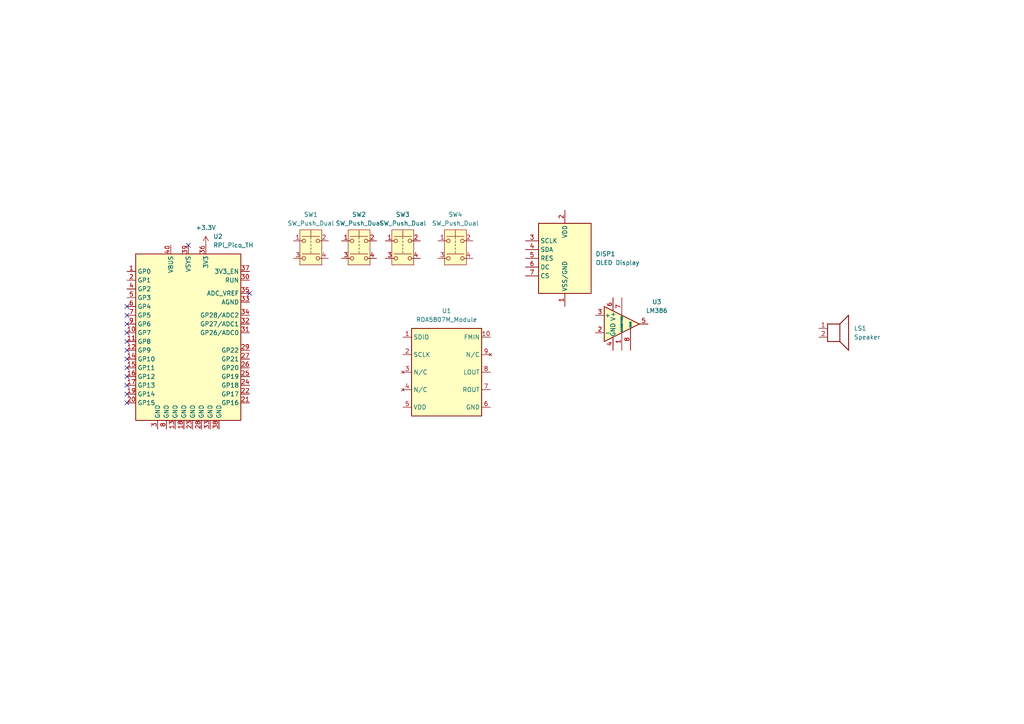
<source format=kicad_sch>
(kicad_sch (version 20250114) (generator "eeschema") (generator_version "9.0")
  (paper "A4")
  (title_block (title "ECE 299 Alarm") (date "2025-06-20") (rev "1.0") (company "University of Victoria") (comment 1 "Joshua Engler"))
  (lib_symbols
    (symbol "Amplifier_Audio:LM386" (pin_names (offset 0.127))
      (property "Reference" "U" (at 1.27 7.62 0))
      (property "Value" "LM386" (at 1.27 5.08 0))
      (symbol "LM386_0_1"
        (polyline (pts (xy 5.08 0) (xy -5.08 5.08) (xy -5.08 -5.08) (xy 5.08 0)) (stroke (width 0.254)) (fill (type background)))
      )
      (symbol "LM386_1_1"
        (pin input line (at -7.62 2.54 0) (length 2.54) (name "+") (number "3"))
        (pin input line (at -7.62 -2.54 0) (length 2.54) (name "-") (number "2"))
        (pin power_in line (at -2.54 7.62 270) (length 3.81) (name "V+") (number "6"))
        (pin power_in line (at -2.54 -7.62 90) (length 3.81) (name "GND") (number "4"))
        (pin input line (at 0 7.62 270) (length 5.08) (name "BYPASS") (number "7"))
        (pin input line (at 0 -7.62 90) (length 5.08) (name "GAIN") (number "1"))
        (pin input line (at 2.54 -7.62 90) (length 6.35) (name "GAIN") (number "8"))
        (pin output line (at 7.62 0 180) (length 2.54) (name "~") (number "5"))
      )
    )
    (symbol "Device:Speaker" (pin_names (offset 0) (hide yes))
      (property "Reference" "LS" (at 1.27 5.715 0))
      (property "Value" "Speaker" (at 1.27 3.81 0))
      (symbol "Speaker_0_0"
        (rectangle (start -2.54 1.27) (end 1.016 -3.81) (stroke (width 0.254)))
        (polyline (pts (xy 1.016 1.27) (xy 3.556 3.81) (xy 3.556 -6.35) (xy 1.016 -3.81)) (stroke (width 0.254)))
      )
      (symbol "Speaker_1_1"
        (pin input line (at -5.08 0 0) (length 2.54) (name "1") (number "1"))
        (pin input line (at -5.08 -2.54 0) (length 2.54) (name "2") (number "2"))
      )
    )
    (symbol "ECE:OLED Display"
      (property "Reference" "DISP?" (at 8.89 -1.27 0))
      (property "Value" "OLED Display" (at 8.89 1.27 0))
      (symbol "OLED Display_1_1"
        (rectangle (start -7.62 10.16) (end 7.62 -10.16) (stroke (width 0.254)) (fill (type background)))
        (pin input line (at -11.43 5.08 0) (length 3.81) (name "SCLK") (number "3"))
        (pin output line (at -11.43 2.54 0) (length 3.81) (name "SDA") (number "4"))
        (pin input line (at -11.43 0 0) (length 3.81) (name "RES") (number "5"))
        (pin input line (at -11.43 -2.54 0) (length 3.81) (name "DC") (number "6"))
        (pin input line (at -11.43 -5.08 0) (length 3.81) (name "CS") (number "7"))
        (pin power_in line (at 0 13.97 270) (length 3.81) (name "VDD") (number "2"))
        (pin power_in line (at 0 -13.97 90) (length 3.81) (name "VSS/GND") (number "1"))
      )
    )
    (symbol "ECE:RDA5807M_Module"
      (property "Reference" "U" (at -8.89 16.51 0))
      (property "Value" "RDA5807M_Module" (at -8.89 13.97 0))
      (symbol "RDA5807M_Module_0_1"
        (rectangle (start -10.16 12.7) (end 10.16 -12.7) (stroke (width 0.254)) (fill (type background)))
      )
      (symbol "RDA5807M_Module_1_1"
        (pin bidirectional line (at -12.7 10.16 0) (length 2.54) (name "SDIO") (number "1"))
        (pin input line (at -12.7 5.08 0) (length 2.54) (name "SCLK") (number "2"))
        (pin no_connect line (at -12.7 0 0) (length 2.54) (name "N/C") (number "3"))
        (pin no_connect line (at -12.7 -5.08 0) (length 2.54) (name "N/C") (number "4"))
        (pin power_in line (at -12.7 -10.16 0) (length 2.54) (name "VDD") (number "5"))
        (pin input line (at 12.7 10.16 180) (length 2.54) (name "FMIN") (number "10"))
        (pin no_connect line (at 12.7 5.08 180) (length 2.54) (name "N/C") (number "9"))
        (pin output line (at 12.7 0 180) (length 2.54) (name "LOUT") (number "8"))
        (pin output line (at 12.7 -5.08 180) (length 2.54) (name "ROUT") (number "7"))
        (pin power_in line (at 12.7 -10.16 180) (length 2.54) (name "GND") (number "6"))
      )
    )
    (symbol "ECE:RPi_Pico_TH"
      (property "Reference" "U?" (at 0 1.27 0))
      (property "Value" "RPi_Pico_TH" (at 0 -1.27 0))
      (symbol "RPi_Pico_TH_0_1"
        (rectangle (start -15.24 24.13) (end 15.24 -24.13) (stroke (width 0.254)) (fill (type background)))
      )
      (symbol "RPi_Pico_TH_1_1"
        (pin bidirectional line (at -17.78 19.05 0) (length 2.54) (name "GP0") (number "1"))
        (pin bidirectional line (at -17.78 16.51 0) (length 2.54) (name "GP1") (number "2"))
        (pin bidirectional line (at -17.78 13.97 0) (length 2.54) (name "GP2") (number "4"))
        (pin bidirectional line (at -17.78 11.43 0) (length 2.54) (name "GP3") (number "5"))
        (pin bidirectional line (at -17.78 8.89 0) (length 2.54) (name "GP4") (number "6"))
        (pin bidirectional line (at -17.78 6.35 0) (length 2.54) (name "GP5") (number "7"))
        (pin bidirectional line (at -17.78 3.81 0) (length 2.54) (name "GP6") (number "9"))
        (pin bidirectional line (at -17.78 1.27 0) (length 2.54) (name "GP7") (number "10"))
        (pin bidirectional line (at -17.78 -1.27 0) (length 2.54) (name "GP8") (number "11"))
        (pin bidirectional line (at -17.78 -3.81 0) (length 2.54) (name "GP9") (number "12"))
        (pin bidirectional line (at -17.78 -6.35 0) (length 2.54) (name "GP10") (number "14"))
        (pin bidirectional line (at -17.78 -8.89 0) (length 2.54) (name "GP11") (number "15"))
        (pin bidirectional line (at -17.78 -11.43 0) (length 2.54) (name "GP12") (number "16"))
        (pin bidirectional line (at -17.78 -13.97 0) (length 2.54) (name "GP13") (number "17"))
        (pin bidirectional line (at -17.78 -16.51 0) (length 2.54) (name "GP14") (number "19"))
        (pin bidirectional line (at -17.78 -19.05 0) (length 2.54) (name "GP15") (number "20"))
        (pin power_in line (at -8.89 -26.67 90) (length 2.54) (name "GND") (number "3"))
        (pin power_in line (at -6.35 -26.67 90) (length 2.54) (name "GND") (number "8"))
        (pin power_in line (at -5.08 26.67 270) (length 2.54) (name "VBUS") (number "40"))
        (pin power_in line (at -3.81 -26.67 90) (length 2.54) (name "GND") (number "13"))
        (pin power_in line (at -1.27 -26.67 90) (length 2.54) (name "GND") (number "18"))
        (pin power_out line (at 0 26.67 270) (length 2.54) (name "VSYS") (number "39"))
        (pin power_in line (at 1.27 -26.67 90) (length 2.54) (name "GND") (number "23"))
        (pin power_in line (at 3.81 -26.67 90) (length 2.54) (name "GND") (number "28"))
        (pin power_out line (at 5.08 26.67 270) (length 2.54) (name "3V3") (number "36"))
        (pin power_in line (at 6.35 -26.67 90) (length 2.54) (name "GND") (number "33"))
        (pin power_in line (at 8.89 -26.67 90) (length 2.54) (name "GND") (number "38"))
        (pin input line (at 17.78 19.05 180) (length 2.54) (name "3V3_EN") (number "37"))
        (pin input line (at 17.78 16.51 180) (length 2.54) (name "RUN") (number "30"))
        (pin power_in line (at 17.78 12.7 180) (length 2.54) (name "ADC_VREF") (number "35"))
        (pin power_in line (at 17.78 10.16 180) (length 2.54) (name "AGND") (number "33"))
        (pin bidirectional line (at 17.78 6.35 180) (length 2.54) (name "GP28/ADC2") (number "34"))
        (pin bidirectional line (at 17.78 3.81 180) (length 2.54) (name "GP27/ADC1") (number "32"))
        (pin bidirectional line (at 17.78 1.27 180) (length 2.54) (name "GP26/ADC0") (number "31"))
        (pin bidirectional line (at 17.78 -3.81 180) (length 2.54) (name "GP22") (number "29"))
        (pin bidirectional line (at 17.78 -6.35 180) (length 2.54) (name "GP21") (number "27"))
        (pin bidirectional line (at 17.78 -8.89 180) (length 2.54) (name "GP20") (number "26"))
        (pin bidirectional line (at 17.78 -11.43 180) (length 2.54) (name "GP19") (number "25"))
        (pin bidirectional line (at 17.78 -13.97 180) (length 2.54) (name "GP18") (number "24"))
        (pin bidirectional line (at 17.78 -16.51 180) (length 2.54) (name "GP17") (number "22"))
        (pin bidirectional line (at 17.78 -19.05 180) (length 2.54) (name "GP16") (number "21"))
      )
    )
    (symbol "Switch:SW_Push_Dual" (pin_names (offset 1.016) (hide yes))
      (property "Reference" "SW" (at 0 7.62 0))
      (property "Value" "SW_Push_Dual" (at 0 -6.35 0))
      (symbol "SW_Push_Dual_0_1"
        (circle (center -2.032 2.54) (radius 0.508))
        (circle (center -2.032 -2.54) (radius 0.508))
        (polyline (pts (xy 0 3.81) (xy 0 5.588)))
        (polyline (pts (xy 0 3.048) (xy 0 3.556)))
        (polyline (pts (xy 0 2.032) (xy 0 2.54)))
        (polyline (pts (xy 0 1.016) (xy 0 1.524)))
        (polyline (pts (xy 0 0.508) (xy 0 0)))
        (polyline (pts (xy 0 -0.508) (xy 0 -1.016)))
        (circle (center 2.032 2.54) (radius 0.508))
        (circle (center 2.032 -2.54) (radius 0.508))
        (polyline (pts (xy 2.54 3.81) (xy -2.54 3.81)))
        (polyline (pts (xy 2.54 -1.27) (xy -2.54 -1.27)))
        (pin passive line (at -5.08 2.54 0) (length 2.54) (name "1") (number "1"))
        (pin passive line (at -5.08 -2.54 0) (length 2.54) (name "3") (number "3"))
        (pin passive line (at 5.08 2.54 180) (length 2.54) (name "2") (number "2"))
        (pin passive line (at 5.08 -2.54 180) (length 2.54) (name "4") (number "4"))
      )
      (symbol "SW_Push_Dual_1_1"
        (rectangle (start -3.175 5.715) (end 3.175 -4.445) (fill (type background)))
      )
    )
    (symbol "power:+3.3V" (power) (pin_numbers (hide yes)) (pin_names (offset 0) (hide yes))
      (property "Value" "+3.3V" (at 0 3.556 0))
      (symbol "+3.3V_0_1"
        (polyline (pts (xy -0.762 1.27) (xy 0 2.54)))
        (polyline (pts (xy 0 2.54) (xy 0.762 1.27)))
        (polyline (pts (xy 0 0) (xy 0 2.54)))
      )
      (symbol "+3.3V_1_1"
        (pin power_in line (at 0 0 90) (length 0) (name "~") (number "1"))
      )
    )
  )
  (no_connect (at 36.83 104.14))
  (no_connect (at 36.83 114.3))
  (no_connect (at 36.83 88.9))
  (no_connect (at 72.39 85.09))
  (no_connect (at 36.83 91.44))
  (no_connect (at 54.61 71.12))
  (no_connect (at 36.83 93.98))
  (no_connect (at 36.83 106.68))
  (no_connect (at 36.83 111.76))
  (no_connect (at 36.83 99.06))
  (no_connect (at 36.83 109.22))
  (no_connect (at 36.83 96.52))
  (no_connect (at 36.83 101.6))
  (no_connect (at 36.83 116.84))
  (symbol (lib_id "ECE:RDA5807M_Module") (at 129.54 107.95 0) (unit 1)
    (property "Reference" "U1" (at 129.54 90.17 0))
    (property "Value" "RDA5807M_Module" (at 129.54 92.71 0))
    (property "Footprint" "ECE:RDA5807M_Module_TH" (effects (hide yes)))
  )
  (symbol (lib_id "ECE:RPi_Pico_TH") (at 54.61 97.79 0) (unit 1)
    (property "Reference" "U2" (at 61.8333 68.58 0) (effects (justify left)))
    (property "Value" "RPi_Pico_TH" (at 61.8333 71.12 0) (effects (justify left)))
    (property "Footprint" "ECE:RPi_Pico_TH" (effects (hide yes)))
    (property "Description" "Raspberry Pi Pico" (effects (hide yes)))
  )
  (symbol (lib_id "ECE:OLED Display") (at 163.83 74.93 0) (unit 1)
    (property "Reference" "DISP1" (at 172.72 73.6599 0) (effects (justify left)))
    (property "Value" "OLED Display" (at 172.72 76.1999 0) (effects (justify left)))
  )
  (symbol (lib_id "Switch:SW_Push_Dual") (at 104.14 72.39 0) (unit 1)
    (property "Reference" "SW2" (at 104.14 62.23 0))
    (property "Value" "SW_Push_Dual" (at 104.14 64.77 0))
    (property "Description" "Push button switch, generic, symbol, four pins" (effects (hide yes)))
  )
  (symbol (lib_id "power:+3.3V") (at 59.69 71.12 0) (unit 1)
    (property "Reference" "#PWR01" (effects (hide yes)))
    (property "Value" "+3.3V" (at 59.69 66.04 0))
    (property "Description" "Power symbol creates a global label with name \"+3.3V\"" (effects (hide yes)))
  )
  (symbol (lib_id "Switch:SW_Push_Dual") (at 90.17 72.39 0) (unit 1)
    (property "Reference" "SW1" (at 90.17 62.23 0))
    (property "Value" "SW_Push_Dual" (at 90.17 64.77 0))
    (property "Description" "Push button switch, generic, symbol, four pins" (effects (hide yes)))
  )
  (symbol (lib_id "Device:Speaker") (at 242.57 95.25 0) (unit 1)
    (property "Reference" "LS1" (at 247.65 95.2499 0) (effects (justify left)))
    (property "Value" "Speaker" (at 247.65 97.7899 0) (effects (justify left)))
    (property "Description" "Speaker" (effects (hide yes)))
  )
  (symbol (lib_id "Amplifier_Audio:LM386") (at 180.34 93.98 0) (unit 1)
    (property "Reference" "U3" (at 190.5 87.5598 0))
    (property "Value" "LM386" (at 190.5 90.0998 0))
    (property "Datasheet" "http://www.ti.com/lit/ds/symlink/lm386.pdf" (effects (hide yes)))
    (property "Description" "Low Voltage Audio Power Amplifier, DIP-8/SOIC-8/SSOP-8" (effects (hide yes)))
  )
  (symbol (lib_id "Switch:SW_Push_Dual") (at 132.08 72.39 0) (unit 1)
    (property "Reference" "SW4" (at 132.08 62.23 0))
    (property "Value" "SW_Push_Dual" (at 132.08 64.77 0))
    (property "Description" "Push button switch, generic, symbol, four pins" (effects (hide yes)))
  )
  (symbol (lib_id "Switch:SW_Push_Dual") (at 116.84 72.39 0) (unit 1)
    (property "Reference" "SW3" (at 116.84 62.23 0))
    (property "Value" "SW_Push_Dual" (at 116.84 64.77 0))
    (property "Description" "Push button switch, generic, symbol, four pins" (effects (hide yes)))
  )
)
</source>
